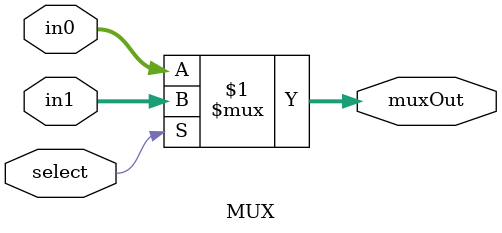
<source format=v>
`timescale 1ns / 1ps

//MUX #(.sizeVal(32)) PCMux (.select((lilMuxOut1 == lilMuxOut2) & BranchD), .in0(PCp1F), .in1(PCBranchD), .muxOut(PC));
//MUX #(.sizeVal(32)) RFRD1Mux (.select(ForwardAD), .in0(RFOut1), .in1(ALUOutM), .muxOut(lilMuxOut1));
//MUX #(.sizeVal(32)) RFRD2Mux (.select(ForwardBD), .in0(RFOut2), .in1(ALUOutM), .muxOut(lilMuxOut2));
//MUX #(.sizeVal(5)) RFDSelEMux (.select(RFDSelE), .in0(RtE), .in1(RdE), .muxOut(RFAE));
//MUX #(.sizeVal(32)) ALUInSelEMux (.select(ALUInSelE), .in0(bigMuxOut), .in1(SImmE), .muxOut(ALUIn2E));
//MUX #(.sizeVal(32)) JumpMux (.select(JumpSel), .in0(PC), .in1(JAddr = {PCp1F[31:26], JumpI}), .muxOut(PCR));
//MUX #(.sizeVal(32)) MtoRFSelMux (.select(MtoRFSelW), .in0(ALUOutW), .in1(DMOutW), .muxOut(ResultW));

module MUX #(parameter sizeVal = 32)(
input select,
input [sizeVal - 1:0] in0, in1,
output [sizeVal - 1:0] muxOut
    );
    
    assign muxOut = select ? in1 : in0;
    
endmodule

</source>
